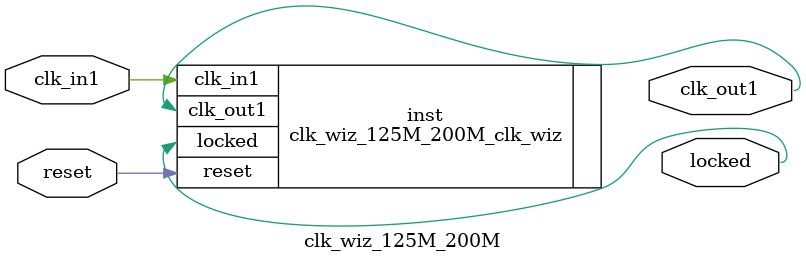
<source format=v>


`timescale 1ps/1ps

(* CORE_GENERATION_INFO = "clk_wiz_125M_200M,clk_wiz_v6_0_6_0_0,{component_name=clk_wiz_125M_200M,use_phase_alignment=true,use_min_o_jitter=false,use_max_i_jitter=false,use_dyn_phase_shift=false,use_inclk_switchover=false,use_dyn_reconfig=false,enable_axi=0,feedback_source=FDBK_AUTO,PRIMITIVE=PLL,num_out_clk=1,clkin1_period=8.000,clkin2_period=10.0,use_power_down=false,use_reset=true,use_locked=true,use_inclk_stopped=false,feedback_type=SINGLE,CLOCK_MGR_TYPE=NA,manual_override=false}" *)

module clk_wiz_125M_200M 
 (
  // Clock out ports
  output        clk_out1,
  // Status and control signals
  input         reset,
  output        locked,
 // Clock in ports
  input         clk_in1
 );

  clk_wiz_125M_200M_clk_wiz inst
  (
  // Clock out ports  
  .clk_out1(clk_out1),
  // Status and control signals               
  .reset(reset), 
  .locked(locked),
 // Clock in ports
  .clk_in1(clk_in1)
  );

endmodule

</source>
